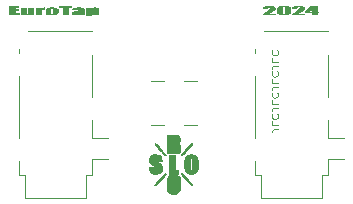
<source format=gbr>
%TF.GenerationSoftware,KiCad,Pcbnew,8.0.0*%
%TF.CreationDate,2024-03-03T15:21:22+01:00*%
%TF.ProjectId,EuroTap,4575726f-5461-4702-9e6b-696361645f70,0v02*%
%TF.SameCoordinates,Original*%
%TF.FileFunction,Legend,Top*%
%TF.FilePolarity,Positive*%
%FSLAX46Y46*%
G04 Gerber Fmt 4.6, Leading zero omitted, Abs format (unit mm)*
G04 Created by KiCad (PCBNEW 8.0.0) date 2024-03-03 15:21:22*
%MOMM*%
%LPD*%
G01*
G04 APERTURE LIST*
%ADD10C,0.125000*%
%ADD11C,0.175000*%
%ADD12C,0.010000*%
%ADD13C,0.120000*%
G04 APERTURE END LIST*
D10*
X143817690Y-111051097D02*
X143460547Y-111051097D01*
X143460547Y-111051097D02*
X143389119Y-111084430D01*
X143389119Y-111084430D02*
X143341500Y-111151097D01*
X143341500Y-111151097D02*
X143317690Y-111251097D01*
X143317690Y-111251097D02*
X143317690Y-111317764D01*
X143317690Y-110384431D02*
X143317690Y-110717764D01*
X143317690Y-110717764D02*
X143817690Y-110717764D01*
X143365309Y-109751097D02*
X143341500Y-109784430D01*
X143341500Y-109784430D02*
X143317690Y-109884430D01*
X143317690Y-109884430D02*
X143317690Y-109951097D01*
X143317690Y-109951097D02*
X143341500Y-110051097D01*
X143341500Y-110051097D02*
X143389119Y-110117764D01*
X143389119Y-110117764D02*
X143436738Y-110151097D01*
X143436738Y-110151097D02*
X143531976Y-110184430D01*
X143531976Y-110184430D02*
X143603404Y-110184430D01*
X143603404Y-110184430D02*
X143698642Y-110151097D01*
X143698642Y-110151097D02*
X143746261Y-110117764D01*
X143746261Y-110117764D02*
X143793880Y-110051097D01*
X143793880Y-110051097D02*
X143817690Y-109951097D01*
X143817690Y-109951097D02*
X143817690Y-109884430D01*
X143817690Y-109884430D02*
X143793880Y-109784430D01*
X143793880Y-109784430D02*
X143770071Y-109751097D01*
X143817690Y-109251097D02*
X143460547Y-109251097D01*
X143460547Y-109251097D02*
X143389119Y-109284430D01*
X143389119Y-109284430D02*
X143341500Y-109351097D01*
X143341500Y-109351097D02*
X143317690Y-109451097D01*
X143317690Y-109451097D02*
X143317690Y-109517764D01*
X143317690Y-108584431D02*
X143317690Y-108917764D01*
X143317690Y-108917764D02*
X143817690Y-108917764D01*
X143365309Y-107951097D02*
X143341500Y-107984430D01*
X143341500Y-107984430D02*
X143317690Y-108084430D01*
X143317690Y-108084430D02*
X143317690Y-108151097D01*
X143317690Y-108151097D02*
X143341500Y-108251097D01*
X143341500Y-108251097D02*
X143389119Y-108317764D01*
X143389119Y-108317764D02*
X143436738Y-108351097D01*
X143436738Y-108351097D02*
X143531976Y-108384430D01*
X143531976Y-108384430D02*
X143603404Y-108384430D01*
X143603404Y-108384430D02*
X143698642Y-108351097D01*
X143698642Y-108351097D02*
X143746261Y-108317764D01*
X143746261Y-108317764D02*
X143793880Y-108251097D01*
X143793880Y-108251097D02*
X143817690Y-108151097D01*
X143817690Y-108151097D02*
X143817690Y-108084430D01*
X143817690Y-108084430D02*
X143793880Y-107984430D01*
X143793880Y-107984430D02*
X143770071Y-107951097D01*
X143817690Y-107451097D02*
X143460547Y-107451097D01*
X143460547Y-107451097D02*
X143389119Y-107484430D01*
X143389119Y-107484430D02*
X143341500Y-107551097D01*
X143341500Y-107551097D02*
X143317690Y-107651097D01*
X143317690Y-107651097D02*
X143317690Y-107717764D01*
X143317690Y-106784431D02*
X143317690Y-107117764D01*
X143317690Y-107117764D02*
X143817690Y-107117764D01*
X143365309Y-106151097D02*
X143341500Y-106184430D01*
X143341500Y-106184430D02*
X143317690Y-106284430D01*
X143317690Y-106284430D02*
X143317690Y-106351097D01*
X143317690Y-106351097D02*
X143341500Y-106451097D01*
X143341500Y-106451097D02*
X143389119Y-106517764D01*
X143389119Y-106517764D02*
X143436738Y-106551097D01*
X143436738Y-106551097D02*
X143531976Y-106584430D01*
X143531976Y-106584430D02*
X143603404Y-106584430D01*
X143603404Y-106584430D02*
X143698642Y-106551097D01*
X143698642Y-106551097D02*
X143746261Y-106517764D01*
X143746261Y-106517764D02*
X143793880Y-106451097D01*
X143793880Y-106451097D02*
X143817690Y-106351097D01*
X143817690Y-106351097D02*
X143817690Y-106284430D01*
X143817690Y-106284430D02*
X143793880Y-106184430D01*
X143793880Y-106184430D02*
X143770071Y-106151097D01*
X143817690Y-105651097D02*
X143460547Y-105651097D01*
X143460547Y-105651097D02*
X143389119Y-105684430D01*
X143389119Y-105684430D02*
X143341500Y-105751097D01*
X143341500Y-105751097D02*
X143317690Y-105851097D01*
X143317690Y-105851097D02*
X143317690Y-105917764D01*
X143317690Y-104984431D02*
X143317690Y-105317764D01*
X143317690Y-105317764D02*
X143817690Y-105317764D01*
X143365309Y-104351097D02*
X143341500Y-104384430D01*
X143341500Y-104384430D02*
X143317690Y-104484430D01*
X143317690Y-104484430D02*
X143317690Y-104551097D01*
X143317690Y-104551097D02*
X143341500Y-104651097D01*
X143341500Y-104651097D02*
X143389119Y-104717764D01*
X143389119Y-104717764D02*
X143436738Y-104751097D01*
X143436738Y-104751097D02*
X143531976Y-104784430D01*
X143531976Y-104784430D02*
X143603404Y-104784430D01*
X143603404Y-104784430D02*
X143698642Y-104751097D01*
X143698642Y-104751097D02*
X143746261Y-104717764D01*
X143746261Y-104717764D02*
X143793880Y-104651097D01*
X143793880Y-104651097D02*
X143817690Y-104551097D01*
X143817690Y-104551097D02*
X143817690Y-104484430D01*
X143817690Y-104484430D02*
X143793880Y-104384430D01*
X143793880Y-104384430D02*
X143770071Y-104351097D01*
D11*
G36*
X143627718Y-101260637D02*
G01*
X143627718Y-101381000D01*
X142563112Y-101381000D01*
X142563112Y-101286453D01*
X142619509Y-101246527D01*
X142672962Y-101208558D01*
X142723468Y-101172545D01*
X142771030Y-101138489D01*
X142815646Y-101106390D01*
X142857316Y-101076248D01*
X142914299Y-101034704D01*
X142964655Y-100997563D01*
X143008384Y-100964824D01*
X143056380Y-100928021D01*
X143099807Y-100893025D01*
X143112023Y-100882451D01*
X143145675Y-100850452D01*
X143174013Y-100817949D01*
X143194255Y-100783421D01*
X143198387Y-100763285D01*
X143188374Y-100729134D01*
X143175136Y-100717123D01*
X143105380Y-100702591D01*
X143035624Y-100718491D01*
X143015642Y-100751977D01*
X143012372Y-100785340D01*
X143012372Y-100866722D01*
X142563112Y-100866722D01*
X142563112Y-100833554D01*
X142564734Y-100795873D01*
X142570265Y-100760442D01*
X142579720Y-100731314D01*
X142603994Y-100698449D01*
X142643328Y-100668283D01*
X142662763Y-100656771D01*
X142722913Y-100629756D01*
X142796084Y-100608724D01*
X142834246Y-100601034D01*
X142919377Y-100589574D01*
X143007468Y-100583715D01*
X143086695Y-100582228D01*
X143172850Y-100583709D01*
X143267324Y-100589400D01*
X143352076Y-100599357D01*
X143438666Y-100616368D01*
X143512024Y-100639188D01*
X143521423Y-100642922D01*
X143579181Y-100670939D01*
X143622753Y-100702032D01*
X143652138Y-100736202D01*
X143667338Y-100773447D01*
X143669654Y-100796111D01*
X143664516Y-100831459D01*
X143649101Y-100867748D01*
X143623410Y-100904976D01*
X143592500Y-100938323D01*
X143587442Y-100943145D01*
X143546141Y-100977801D01*
X143495489Y-101015450D01*
X143444339Y-101051310D01*
X143399779Y-101081553D01*
X143349905Y-101114666D01*
X143294717Y-101150649D01*
X143234216Y-101189503D01*
X143168401Y-101231226D01*
X143121573Y-101260637D01*
X143627718Y-101260637D01*
G37*
G36*
X144425750Y-100584013D02*
G01*
X144515540Y-100590184D01*
X144598842Y-100600763D01*
X144622568Y-100604796D01*
X144701368Y-100621544D01*
X144770432Y-100642625D01*
X144810659Y-100660361D01*
X144858014Y-100690622D01*
X144889634Y-100723959D01*
X144895778Y-100734049D01*
X144909188Y-100771227D01*
X144915184Y-100807851D01*
X144917590Y-100846696D01*
X144917784Y-100862789D01*
X144917784Y-101119415D01*
X144916631Y-101155679D01*
X144912492Y-101191593D01*
X144903085Y-101228192D01*
X144893702Y-101248327D01*
X144865838Y-101280681D01*
X144820705Y-101311341D01*
X144794050Y-101324921D01*
X144732995Y-101348908D01*
X144656967Y-101368545D01*
X144611772Y-101376383D01*
X144528548Y-101385864D01*
X144446104Y-101390711D01*
X144374270Y-101391942D01*
X144282479Y-101390657D01*
X144199555Y-101386802D01*
X144117818Y-101379506D01*
X144088189Y-101375699D01*
X144008409Y-101360817D01*
X143936610Y-101338888D01*
X143904249Y-101324579D01*
X143855163Y-101295705D01*
X143817016Y-101263410D01*
X143807090Y-101251575D01*
X143789631Y-101216802D01*
X143781825Y-101182611D01*
X143781550Y-101179426D01*
X144276695Y-101179426D01*
X144277993Y-101216495D01*
X144284805Y-101251625D01*
X144289982Y-101259611D01*
X144347697Y-101271579D01*
X144404996Y-101257217D01*
X144417485Y-101222355D01*
X144419528Y-101185410D01*
X144419528Y-100792179D01*
X144418057Y-100755131D01*
X144409992Y-100720446D01*
X144407072Y-100716268D01*
X144349773Y-100702591D01*
X144291228Y-100717294D01*
X144278739Y-100753438D01*
X144276709Y-100788462D01*
X144276695Y-100792179D01*
X144276695Y-101179426D01*
X143781550Y-101179426D01*
X143778692Y-101146384D01*
X143778440Y-101131383D01*
X143778440Y-100862789D01*
X143780060Y-100824570D01*
X143784921Y-100790052D01*
X143794688Y-100754462D01*
X143811251Y-100719958D01*
X143824528Y-100701736D01*
X143862433Y-100669966D01*
X143918016Y-100642404D01*
X143983157Y-100621195D01*
X144008053Y-100614883D01*
X144089827Y-100599097D01*
X144170015Y-100589403D01*
X144257261Y-100583790D01*
X144339392Y-100582228D01*
X144425750Y-100584013D01*
G37*
G36*
X146097404Y-101260637D02*
G01*
X146097404Y-101381000D01*
X145032798Y-101381000D01*
X145032798Y-101286453D01*
X145089195Y-101246527D01*
X145142648Y-101208558D01*
X145193154Y-101172545D01*
X145240716Y-101138489D01*
X145285332Y-101106390D01*
X145327002Y-101076248D01*
X145383985Y-101034704D01*
X145434341Y-100997563D01*
X145478070Y-100964824D01*
X145526066Y-100928021D01*
X145569493Y-100893025D01*
X145581709Y-100882451D01*
X145615361Y-100850452D01*
X145643699Y-100817949D01*
X145663941Y-100783421D01*
X145668073Y-100763285D01*
X145658060Y-100729134D01*
X145644822Y-100717123D01*
X145575066Y-100702591D01*
X145505310Y-100718491D01*
X145485328Y-100751977D01*
X145482058Y-100785340D01*
X145482058Y-100866722D01*
X145032798Y-100866722D01*
X145032798Y-100833554D01*
X145034420Y-100795873D01*
X145039951Y-100760442D01*
X145049406Y-100731314D01*
X145073680Y-100698449D01*
X145113014Y-100668283D01*
X145132449Y-100656771D01*
X145192599Y-100629756D01*
X145265770Y-100608724D01*
X145303932Y-100601034D01*
X145389063Y-100589574D01*
X145477154Y-100583715D01*
X145556381Y-100582228D01*
X145642536Y-100583709D01*
X145737010Y-100589400D01*
X145821762Y-100599357D01*
X145908352Y-100616368D01*
X145981710Y-100639188D01*
X145991109Y-100642922D01*
X146048867Y-100670939D01*
X146092439Y-100702032D01*
X146121824Y-100736202D01*
X146137024Y-100773447D01*
X146139340Y-100796111D01*
X146134202Y-100831459D01*
X146118787Y-100867748D01*
X146093096Y-100904976D01*
X146062186Y-100938323D01*
X146057128Y-100943145D01*
X146015827Y-100977801D01*
X145965174Y-101015450D01*
X145914025Y-101051310D01*
X145869465Y-101081553D01*
X145819590Y-101114666D01*
X145764403Y-101150649D01*
X145703902Y-101189503D01*
X145638087Y-101231226D01*
X145591259Y-101260637D01*
X146097404Y-101260637D01*
G37*
G36*
X147211835Y-101096505D02*
G01*
X147345949Y-101096505D01*
X147345949Y-101238752D01*
X147211835Y-101238752D01*
X147211835Y-101381000D01*
X146713579Y-101381000D01*
X146713579Y-101238752D01*
X146153042Y-101238752D01*
X146153042Y-101101122D01*
X146156778Y-101096505D01*
X146535868Y-101096505D01*
X146713579Y-101096505D01*
X146726866Y-100770637D01*
X146535868Y-101096505D01*
X146156778Y-101096505D01*
X146564103Y-100593170D01*
X147211835Y-100593170D01*
X147211835Y-101096505D01*
G37*
G36*
X121097990Y-100593170D02*
G01*
X121944609Y-100593170D01*
X121944609Y-100757301D01*
X121616175Y-100757301D01*
X121616175Y-100888606D01*
X121923433Y-100888606D01*
X121923433Y-101052737D01*
X121616175Y-101052737D01*
X121616175Y-101216868D01*
X121976995Y-101216868D01*
X121976995Y-101381000D01*
X121097990Y-101381000D01*
X121097990Y-100593170D01*
G37*
G36*
X123179036Y-100735417D02*
G01*
X123179036Y-101381000D01*
X122671646Y-101381000D01*
X122677459Y-101342873D01*
X122613776Y-101366659D01*
X122579469Y-101375016D01*
X122499229Y-101387710D01*
X122414011Y-101391925D01*
X122407986Y-101391942D01*
X122324885Y-101389317D01*
X122243815Y-101379768D01*
X122224877Y-101376041D01*
X122154752Y-101354661D01*
X122116922Y-101333470D01*
X122084873Y-101301398D01*
X122073740Y-101278759D01*
X122068063Y-101243767D01*
X122065955Y-101206151D01*
X122065436Y-101168484D01*
X122065436Y-100735417D01*
X122563691Y-100735417D01*
X122563691Y-101174639D01*
X122564414Y-101211179D01*
X122568009Y-101246626D01*
X122572826Y-101259953D01*
X122621821Y-101271579D01*
X122672477Y-101259611D01*
X122679192Y-101225236D01*
X122680651Y-101188234D01*
X122680781Y-101169852D01*
X122680781Y-100735417D01*
X123179036Y-100735417D01*
G37*
G36*
X123814312Y-100735417D02*
G01*
X123781095Y-100832357D01*
X123820493Y-100797453D01*
X123868621Y-100769293D01*
X123935802Y-100744963D01*
X124014865Y-100729813D01*
X124092090Y-100724133D01*
X124092090Y-100965200D01*
X124005939Y-100966756D01*
X123919930Y-100973891D01*
X123895694Y-100978365D01*
X123836828Y-101002765D01*
X123825938Y-101015295D01*
X123816699Y-101052027D01*
X123813871Y-101088096D01*
X123813079Y-101123423D01*
X123813066Y-101128990D01*
X123813066Y-101381000D01*
X123314811Y-101381000D01*
X123314811Y-100735417D01*
X123814312Y-100735417D01*
G37*
G36*
X124778548Y-100726044D02*
G01*
X124867235Y-100731466D01*
X124947164Y-100740763D01*
X124969434Y-100744307D01*
X125049467Y-100760809D01*
X125119300Y-100782646D01*
X125149637Y-100796111D01*
X125197798Y-100824479D01*
X125232114Y-100855744D01*
X125236831Y-100862106D01*
X125253010Y-100898238D01*
X125259366Y-100935765D01*
X125260498Y-100963833D01*
X125260498Y-101119073D01*
X125259465Y-101154538D01*
X125255754Y-101189779D01*
X125247320Y-101225896D01*
X125238907Y-101245933D01*
X125210762Y-101280589D01*
X125167406Y-101311069D01*
X125146315Y-101322357D01*
X125087459Y-101346512D01*
X125017391Y-101365377D01*
X124964452Y-101375016D01*
X124884693Y-101384652D01*
X124797280Y-101390289D01*
X124711172Y-101391942D01*
X124625697Y-101390806D01*
X124539508Y-101386879D01*
X124455378Y-101379319D01*
X124441284Y-101377580D01*
X124358957Y-101363318D01*
X124288384Y-101342467D01*
X124267725Y-101333641D01*
X124220063Y-101305535D01*
X124186070Y-101272979D01*
X124178869Y-101262859D01*
X124162929Y-101226202D01*
X124158401Y-101204046D01*
X124650966Y-101204046D01*
X124653521Y-101238507D01*
X124662592Y-101260124D01*
X124706605Y-101271579D01*
X124751032Y-101261150D01*
X124761707Y-101226592D01*
X124762243Y-101210371D01*
X124762243Y-100914251D01*
X124760177Y-100879264D01*
X124751448Y-100855438D01*
X124707850Y-100844838D01*
X124662592Y-100855609D01*
X124651886Y-100890189D01*
X124650966Y-100914251D01*
X124650966Y-101204046D01*
X124158401Y-101204046D01*
X124155802Y-101191325D01*
X124152941Y-101155010D01*
X124152711Y-101140103D01*
X124152711Y-100977681D01*
X124154995Y-100940469D01*
X124163202Y-100902428D01*
X124179570Y-100865354D01*
X124200460Y-100837486D01*
X124242650Y-100804725D01*
X124302993Y-100776731D01*
X124373604Y-100755420D01*
X124449258Y-100740461D01*
X124535620Y-100730398D01*
X124621374Y-100725563D01*
X124691242Y-100724475D01*
X124778548Y-100726044D01*
G37*
G36*
X126413129Y-100593170D02*
G01*
X126413129Y-100757301D01*
X126121235Y-100757301D01*
X126121235Y-101381000D01*
X125603049Y-101381000D01*
X125603049Y-100757301D01*
X125312400Y-100757301D01*
X125312400Y-100593170D01*
X126413129Y-100593170D01*
G37*
G36*
X127040560Y-100725731D02*
G01*
X127131822Y-100730372D01*
X127222254Y-100739864D01*
X127306309Y-100755880D01*
X127322445Y-100760207D01*
X127391004Y-100784110D01*
X127443752Y-100814028D01*
X127472752Y-100847744D01*
X127484996Y-100885269D01*
X127490932Y-100919602D01*
X127494519Y-100953906D01*
X127496868Y-100993386D01*
X127497858Y-101028696D01*
X127498080Y-101057353D01*
X127498080Y-101381000D01*
X127012697Y-101381000D01*
X127012697Y-101340138D01*
X126953840Y-101365142D01*
X126921350Y-101373990D01*
X126843186Y-101387454D01*
X126757652Y-101391924D01*
X126751528Y-101391942D01*
X126665961Y-101388386D01*
X126585105Y-101377719D01*
X126515687Y-101361851D01*
X126458757Y-101336215D01*
X126425548Y-101301466D01*
X126411527Y-101266791D01*
X126407732Y-101231743D01*
X126407732Y-101196352D01*
X126876922Y-101196352D01*
X126879115Y-101230681D01*
X126890209Y-101258927D01*
X126941695Y-101271579D01*
X126988614Y-101262175D01*
X126999124Y-101225983D01*
X126999825Y-101204217D01*
X126999825Y-101080092D01*
X126935825Y-101103229D01*
X126893946Y-101130187D01*
X126879732Y-101164400D01*
X126876922Y-101196352D01*
X126407732Y-101196352D01*
X126407732Y-101178913D01*
X126412264Y-101140963D01*
X126430114Y-101104608D01*
X126465031Y-101077528D01*
X126531205Y-101055801D01*
X126610878Y-101038086D01*
X126690647Y-101023467D01*
X126743224Y-101014782D01*
X126821061Y-101001829D01*
X126901548Y-100987344D01*
X126975551Y-100970599D01*
X126985293Y-100966397D01*
X126999130Y-100932475D01*
X126999825Y-100917329D01*
X126996805Y-100882650D01*
X126984047Y-100857489D01*
X126935052Y-100844838D01*
X126886472Y-100855096D01*
X126877677Y-100890863D01*
X126876922Y-100916303D01*
X126876922Y-100987085D01*
X126407732Y-100987085D01*
X126407732Y-100939897D01*
X126410404Y-100905361D01*
X126421263Y-100867961D01*
X126442856Y-100834227D01*
X126450498Y-100826373D01*
X126494855Y-100797458D01*
X126556545Y-100773317D01*
X126621981Y-100755249D01*
X126700062Y-100740373D01*
X126789967Y-100730365D01*
X126879809Y-100725557D01*
X126953321Y-100724475D01*
X127040560Y-100725731D01*
G37*
G36*
X128455386Y-100728651D02*
G01*
X128532815Y-100741179D01*
X128565177Y-100749778D01*
X128626486Y-100773242D01*
X128666969Y-100803664D01*
X128669811Y-100807737D01*
X128683253Y-100841547D01*
X128688930Y-100877271D01*
X128690551Y-100911932D01*
X128690572Y-100916645D01*
X128690572Y-101183529D01*
X128689320Y-101219321D01*
X128684824Y-101254455D01*
X128674606Y-101289718D01*
X128664413Y-101308679D01*
X128628054Y-101340796D01*
X128567244Y-101366301D01*
X128557288Y-101369203D01*
X128479880Y-101384747D01*
X128396900Y-101391386D01*
X128362138Y-101391942D01*
X128274528Y-101387539D01*
X128193562Y-101374332D01*
X128122052Y-101354511D01*
X128076472Y-101335180D01*
X128076472Y-101468536D01*
X127578217Y-101468536D01*
X127578217Y-101190026D01*
X128076472Y-101190026D01*
X128078107Y-101226451D01*
X128088098Y-101259269D01*
X128137923Y-101271579D01*
X128183182Y-101260637D01*
X128191594Y-101224436D01*
X128192316Y-101199258D01*
X128192316Y-100923997D01*
X128191286Y-100889397D01*
X128183597Y-100855096D01*
X128136678Y-100844838D01*
X128087683Y-100857147D01*
X128077797Y-100891491D01*
X128076472Y-100923997D01*
X128076472Y-101190026D01*
X127578217Y-101190026D01*
X127578217Y-100735417D01*
X128085191Y-100735417D01*
X128078963Y-100780553D01*
X128138871Y-100756846D01*
X128196053Y-100742085D01*
X128278265Y-100728877D01*
X128362127Y-100724492D01*
X128367951Y-100724475D01*
X128455386Y-100728651D01*
G37*
D12*
%TO.C,Ref\u002A\u002A*%
X134975333Y-115022251D02*
X134972490Y-115097332D01*
X134965023Y-115154604D01*
X134954528Y-115182005D01*
X134954167Y-115182250D01*
X134947491Y-115206721D01*
X134942050Y-115266342D01*
X134937844Y-115353949D01*
X134934873Y-115462376D01*
X134933137Y-115584457D01*
X134932635Y-115713029D01*
X134933369Y-115840926D01*
X134935338Y-115960982D01*
X134938542Y-116066034D01*
X134942980Y-116148915D01*
X134948654Y-116202461D01*
X134954167Y-116219417D01*
X134964730Y-116245682D01*
X134972317Y-116302198D01*
X134975330Y-116376902D01*
X134975333Y-116379416D01*
X134974766Y-116456936D01*
X134967407Y-116502089D01*
X134944772Y-116521113D01*
X134898376Y-116520246D01*
X134819734Y-116505726D01*
X134806951Y-116503210D01*
X134692444Y-116465631D01*
X134588689Y-116403873D01*
X134508193Y-116326359D01*
X134479833Y-116282917D01*
X134465842Y-116253662D01*
X134455146Y-116222381D01*
X134447308Y-116183191D01*
X134441886Y-116130207D01*
X134438442Y-116057547D01*
X134436537Y-115959326D01*
X134435732Y-115829659D01*
X134435583Y-115690250D01*
X134435952Y-115517843D01*
X134437805Y-115382112D01*
X134442264Y-115277401D01*
X134450450Y-115198054D01*
X134463482Y-115138414D01*
X134482483Y-115092827D01*
X134508574Y-115055635D01*
X134542874Y-115021184D01*
X134573410Y-114994793D01*
X134645631Y-114949816D01*
X134741208Y-114910545D01*
X134841174Y-114883601D01*
X134915675Y-114875334D01*
X134975333Y-114875334D01*
X134975333Y-115022251D01*
G36*
X134975333Y-115022251D02*
G01*
X134972490Y-115097332D01*
X134965023Y-115154604D01*
X134954528Y-115182005D01*
X134954167Y-115182250D01*
X134947491Y-115206721D01*
X134942050Y-115266342D01*
X134937844Y-115353949D01*
X134934873Y-115462376D01*
X134933137Y-115584457D01*
X134932635Y-115713029D01*
X134933369Y-115840926D01*
X134935338Y-115960982D01*
X134938542Y-116066034D01*
X134942980Y-116148915D01*
X134948654Y-116202461D01*
X134954167Y-116219417D01*
X134964730Y-116245682D01*
X134972317Y-116302198D01*
X134975330Y-116376902D01*
X134975333Y-116379416D01*
X134974766Y-116456936D01*
X134967407Y-116502089D01*
X134944772Y-116521113D01*
X134898376Y-116520246D01*
X134819734Y-116505726D01*
X134806951Y-116503210D01*
X134692444Y-116465631D01*
X134588689Y-116403873D01*
X134508193Y-116326359D01*
X134479833Y-116282917D01*
X134465842Y-116253662D01*
X134455146Y-116222381D01*
X134447308Y-116183191D01*
X134441886Y-116130207D01*
X134438442Y-116057547D01*
X134436537Y-115959326D01*
X134435732Y-115829659D01*
X134435583Y-115690250D01*
X134435952Y-115517843D01*
X134437805Y-115382112D01*
X134442264Y-115277401D01*
X134450450Y-115198054D01*
X134463482Y-115138414D01*
X134482483Y-115092827D01*
X134508574Y-115055635D01*
X134542874Y-115021184D01*
X134573410Y-114994793D01*
X134645631Y-114949816D01*
X134741208Y-114910545D01*
X134841174Y-114883601D01*
X134915675Y-114875334D01*
X134975333Y-114875334D01*
X134975333Y-115022251D01*
G37*
X135135338Y-114878713D02*
X135176211Y-114891886D01*
X135226214Y-114908108D01*
X135230200Y-114909302D01*
X135346874Y-114962376D01*
X135441988Y-115042318D01*
X135507369Y-115141334D01*
X135525065Y-115190600D01*
X135534825Y-115254133D01*
X135541196Y-115359373D01*
X135544164Y-115505825D01*
X135543712Y-115692997D01*
X135542974Y-115752364D01*
X135536250Y-116222646D01*
X135479121Y-116308905D01*
X135408633Y-116383972D01*
X135309072Y-116448553D01*
X135193579Y-116495318D01*
X135112917Y-116513164D01*
X135028250Y-116525143D01*
X135028250Y-115700239D01*
X135027953Y-115486539D01*
X135027671Y-115311593D01*
X135028316Y-115171829D01*
X135030798Y-115063679D01*
X135036030Y-114983571D01*
X135044923Y-114927936D01*
X135058389Y-114893203D01*
X135077339Y-114875802D01*
X135102685Y-114872162D01*
X135135338Y-114878713D01*
G36*
X135135338Y-114878713D02*
G01*
X135176211Y-114891886D01*
X135226214Y-114908108D01*
X135230200Y-114909302D01*
X135346874Y-114962376D01*
X135441988Y-115042318D01*
X135507369Y-115141334D01*
X135525065Y-115190600D01*
X135534825Y-115254133D01*
X135541196Y-115359373D01*
X135544164Y-115505825D01*
X135543712Y-115692997D01*
X135542974Y-115752364D01*
X135536250Y-116222646D01*
X135479121Y-116308905D01*
X135408633Y-116383972D01*
X135309072Y-116448553D01*
X135193579Y-116495318D01*
X135112917Y-116513164D01*
X135028250Y-116525143D01*
X135028250Y-115700239D01*
X135027953Y-115486539D01*
X135027671Y-115311593D01*
X135028316Y-115171829D01*
X135030798Y-115063679D01*
X135036030Y-114983571D01*
X135044923Y-114927936D01*
X135058389Y-114893203D01*
X135077339Y-114875802D01*
X135102685Y-114872162D01*
X135135338Y-114878713D01*
G37*
X134298990Y-114779176D02*
X134311595Y-114801466D01*
X134314254Y-114817645D01*
X134308791Y-114838827D01*
X134292275Y-114868888D01*
X134261780Y-114911704D01*
X134214375Y-114971152D01*
X134147133Y-115051107D01*
X134057124Y-115155445D01*
X133959901Y-115266917D01*
X133834387Y-115410121D01*
X133733305Y-115524453D01*
X133653457Y-115613117D01*
X133591648Y-115679317D01*
X133544683Y-115726257D01*
X133509365Y-115757141D01*
X133482498Y-115775172D01*
X133460887Y-115783555D01*
X133442598Y-115785500D01*
X133397184Y-115777272D01*
X133376426Y-115763000D01*
X133371322Y-115754819D01*
X133369818Y-115746071D01*
X133375268Y-115732362D01*
X133391026Y-115709297D01*
X133420446Y-115672484D01*
X133466882Y-115617529D01*
X133533687Y-115540038D01*
X133624217Y-115435617D01*
X133642024Y-115415084D01*
X133791626Y-115243307D01*
X133916530Y-115101894D01*
X134019112Y-114988666D01*
X134101750Y-114901444D01*
X134166822Y-114838050D01*
X134216704Y-114796305D01*
X134253775Y-114774030D01*
X134280411Y-114769047D01*
X134298990Y-114779176D01*
G36*
X134298990Y-114779176D02*
G01*
X134311595Y-114801466D01*
X134314254Y-114817645D01*
X134308791Y-114838827D01*
X134292275Y-114868888D01*
X134261780Y-114911704D01*
X134214375Y-114971152D01*
X134147133Y-115051107D01*
X134057124Y-115155445D01*
X133959901Y-115266917D01*
X133834387Y-115410121D01*
X133733305Y-115524453D01*
X133653457Y-115613117D01*
X133591648Y-115679317D01*
X133544683Y-115726257D01*
X133509365Y-115757141D01*
X133482498Y-115775172D01*
X133460887Y-115783555D01*
X133442598Y-115785500D01*
X133397184Y-115777272D01*
X133376426Y-115763000D01*
X133371322Y-115754819D01*
X133369818Y-115746071D01*
X133375268Y-115732362D01*
X133391026Y-115709297D01*
X133420446Y-115672484D01*
X133466882Y-115617529D01*
X133533687Y-115540038D01*
X133624217Y-115435617D01*
X133642024Y-115415084D01*
X133791626Y-115243307D01*
X133916530Y-115101894D01*
X134019112Y-114988666D01*
X134101750Y-114901444D01*
X134166822Y-114838050D01*
X134216704Y-114796305D01*
X134253775Y-114774030D01*
X134280411Y-114769047D01*
X134298990Y-114779176D01*
G37*
X135731313Y-114804958D02*
X135802162Y-114864416D01*
X135804996Y-114867152D01*
X135868246Y-114931055D01*
X135945386Y-115013084D01*
X136032130Y-115108250D01*
X136124191Y-115211565D01*
X136217283Y-115318040D01*
X136307118Y-115422686D01*
X136389411Y-115520515D01*
X136459875Y-115606539D01*
X136514223Y-115675768D01*
X136548169Y-115723214D01*
X136557733Y-115743167D01*
X136534539Y-115771673D01*
X136508255Y-115781177D01*
X136476424Y-115772987D01*
X136428615Y-115739278D01*
X136361201Y-115677140D01*
X136296805Y-115611397D01*
X136202185Y-115510341D01*
X136103161Y-115401350D01*
X136003838Y-115289286D01*
X135908321Y-115179007D01*
X135820716Y-115075373D01*
X135745129Y-114983246D01*
X135685665Y-114907483D01*
X135646431Y-114852947D01*
X135631532Y-114824495D01*
X135631500Y-114823872D01*
X135643438Y-114784051D01*
X135677557Y-114777957D01*
X135731313Y-114804958D01*
G36*
X135731313Y-114804958D02*
G01*
X135802162Y-114864416D01*
X135804996Y-114867152D01*
X135868246Y-114931055D01*
X135945386Y-115013084D01*
X136032130Y-115108250D01*
X136124191Y-115211565D01*
X136217283Y-115318040D01*
X136307118Y-115422686D01*
X136389411Y-115520515D01*
X136459875Y-115606539D01*
X136514223Y-115675768D01*
X136548169Y-115723214D01*
X136557733Y-115743167D01*
X136534539Y-115771673D01*
X136508255Y-115781177D01*
X136476424Y-115772987D01*
X136428615Y-115739278D01*
X136361201Y-115677140D01*
X136296805Y-115611397D01*
X136202185Y-115510341D01*
X136103161Y-115401350D01*
X136003838Y-115289286D01*
X135908321Y-115179007D01*
X135820716Y-115075373D01*
X135745129Y-114983246D01*
X135685665Y-114907483D01*
X135646431Y-114852947D01*
X135631532Y-114824495D01*
X135631500Y-114823872D01*
X135643438Y-114784051D01*
X135677557Y-114777957D01*
X135731313Y-114804958D01*
G37*
X133539744Y-114012308D02*
X133927583Y-114018084D01*
X133966816Y-114098397D01*
X133991209Y-114169036D01*
X134004087Y-114262366D01*
X134007213Y-114352397D01*
X134003359Y-114478209D01*
X133987114Y-114571094D01*
X133954375Y-114639640D01*
X133901037Y-114692435D01*
X133822996Y-114738067D01*
X133822859Y-114738134D01*
X133698910Y-114781390D01*
X133553354Y-114805161D01*
X133402544Y-114808529D01*
X133262828Y-114790576D01*
X133201483Y-114773047D01*
X133088922Y-114719573D01*
X133007959Y-114648231D01*
X132955400Y-114553793D01*
X132928053Y-114431030D01*
X132922167Y-114315627D01*
X132922167Y-114198000D01*
X133385979Y-114198000D01*
X133392198Y-114351459D01*
X133396429Y-114430988D01*
X133403322Y-114477663D01*
X133416223Y-114500953D01*
X133438479Y-114510333D01*
X133448939Y-114512060D01*
X133497707Y-114506157D01*
X133525678Y-114468859D01*
X133535578Y-114396262D01*
X133535676Y-114387918D01*
X133528478Y-114324754D01*
X133502312Y-114270566D01*
X133451231Y-114218202D01*
X133369285Y-114160512D01*
X133323030Y-114132259D01*
X133252730Y-114089093D01*
X133197357Y-114052477D01*
X133166512Y-114028837D01*
X133163653Y-114025544D01*
X133179707Y-114019415D01*
X133232932Y-114014886D01*
X133318190Y-114012137D01*
X133430343Y-114011349D01*
X133539744Y-114012308D01*
G36*
X133539744Y-114012308D02*
G01*
X133927583Y-114018084D01*
X133966816Y-114098397D01*
X133991209Y-114169036D01*
X134004087Y-114262366D01*
X134007213Y-114352397D01*
X134003359Y-114478209D01*
X133987114Y-114571094D01*
X133954375Y-114639640D01*
X133901037Y-114692435D01*
X133822996Y-114738067D01*
X133822859Y-114738134D01*
X133698910Y-114781390D01*
X133553354Y-114805161D01*
X133402544Y-114808529D01*
X133262828Y-114790576D01*
X133201483Y-114773047D01*
X133088922Y-114719573D01*
X133007959Y-114648231D01*
X132955400Y-114553793D01*
X132928053Y-114431030D01*
X132922167Y-114315627D01*
X132922167Y-114198000D01*
X133385979Y-114198000D01*
X133392198Y-114351459D01*
X133396429Y-114430988D01*
X133403322Y-114477663D01*
X133416223Y-114500953D01*
X133438479Y-114510333D01*
X133448939Y-114512060D01*
X133497707Y-114506157D01*
X133525678Y-114468859D01*
X133535578Y-114396262D01*
X133535676Y-114387918D01*
X133528478Y-114324754D01*
X133502312Y-114270566D01*
X133451231Y-114218202D01*
X133369285Y-114160512D01*
X133323030Y-114132259D01*
X133252730Y-114089093D01*
X133197357Y-114052477D01*
X133166512Y-114028837D01*
X133163653Y-114025544D01*
X133179707Y-114019415D01*
X133232932Y-114014886D01*
X133318190Y-114012137D01*
X133430343Y-114011349D01*
X133539744Y-114012308D01*
G37*
X136414667Y-114261500D02*
X136414920Y-114368511D01*
X136416604Y-114440244D01*
X136421101Y-114483755D01*
X136429795Y-114506097D01*
X136444070Y-114514327D01*
X136464477Y-114515500D01*
X136489902Y-114512573D01*
X136506010Y-114497960D01*
X136516232Y-114462911D01*
X136523999Y-114398678D01*
X136527977Y-114353557D01*
X136534850Y-114259720D01*
X136539764Y-114168726D01*
X136541666Y-114100114D01*
X136541667Y-114099557D01*
X136541667Y-114007500D01*
X137028500Y-114007500D01*
X137028382Y-114213875D01*
X137024542Y-114354810D01*
X137011599Y-114462713D01*
X136987138Y-114546352D01*
X136948747Y-114614497D01*
X136903884Y-114666263D01*
X136808093Y-114735001D01*
X136684859Y-114782853D01*
X136544398Y-114808271D01*
X136396925Y-114809706D01*
X136252657Y-114785610D01*
X136207564Y-114771816D01*
X136108427Y-114729766D01*
X136033920Y-114677217D01*
X135980487Y-114607851D01*
X135944574Y-114515345D01*
X135922622Y-114393380D01*
X135911515Y-114245625D01*
X135900762Y-114007500D01*
X136414667Y-114007500D01*
X136414667Y-114261500D01*
G36*
X136414667Y-114261500D02*
G01*
X136414920Y-114368511D01*
X136416604Y-114440244D01*
X136421101Y-114483755D01*
X136429795Y-114506097D01*
X136444070Y-114514327D01*
X136464477Y-114515500D01*
X136489902Y-114512573D01*
X136506010Y-114497960D01*
X136516232Y-114462911D01*
X136523999Y-114398678D01*
X136527977Y-114353557D01*
X136534850Y-114259720D01*
X136539764Y-114168726D01*
X136541666Y-114100114D01*
X136541667Y-114099557D01*
X136541667Y-114007500D01*
X137028500Y-114007500D01*
X137028382Y-114213875D01*
X137024542Y-114354810D01*
X137011599Y-114462713D01*
X136987138Y-114546352D01*
X136948747Y-114614497D01*
X136903884Y-114666263D01*
X136808093Y-114735001D01*
X136684859Y-114782853D01*
X136544398Y-114808271D01*
X136396925Y-114809706D01*
X136252657Y-114785610D01*
X136207564Y-114771816D01*
X136108427Y-114729766D01*
X136033920Y-114677217D01*
X135980487Y-114607851D01*
X135944574Y-114515345D01*
X135922622Y-114393380D01*
X135911515Y-114245625D01*
X135900762Y-114007500D01*
X136414667Y-114007500D01*
X136414667Y-114261500D01*
G37*
X135102333Y-114452000D02*
X135398667Y-114452000D01*
X135398667Y-114790667D01*
X134615500Y-114790667D01*
X134615500Y-113203167D01*
X135102333Y-113203167D01*
X135102333Y-114452000D01*
G36*
X135102333Y-114452000D02*
G01*
X135398667Y-114452000D01*
X135398667Y-114790667D01*
X134615500Y-114790667D01*
X134615500Y-113203167D01*
X135102333Y-113203167D01*
X135102333Y-114452000D01*
G37*
X133613661Y-113187791D02*
X133739965Y-113218109D01*
X133817618Y-113251669D01*
X133880346Y-113295222D01*
X133922794Y-113348783D01*
X133950213Y-113422523D01*
X133967852Y-113526611D01*
X133970157Y-113547125D01*
X133985432Y-113690000D01*
X133514833Y-113690000D01*
X133514544Y-113621209D01*
X133506470Y-113527690D01*
X133483329Y-113472918D01*
X133450114Y-113457167D01*
X133410975Y-113467556D01*
X133390160Y-113503679D01*
X133383627Y-113572972D01*
X133383600Y-113579551D01*
X133386922Y-113620938D01*
X133400487Y-113656673D01*
X133429689Y-113691771D01*
X133479926Y-113731246D01*
X133556593Y-113780114D01*
X133665087Y-113843390D01*
X133671312Y-113846947D01*
X133748427Y-113892652D01*
X133809372Y-113931955D01*
X133846221Y-113959561D01*
X133853500Y-113968656D01*
X133833435Y-113974245D01*
X133777646Y-113979107D01*
X133692739Y-113982943D01*
X133585320Y-113985451D01*
X133464109Y-113986334D01*
X133074719Y-113986334D01*
X133009332Y-113911862D01*
X132967873Y-113859502D01*
X132941285Y-113808507D01*
X132927018Y-113748030D01*
X132922520Y-113667226D01*
X132925239Y-113555251D01*
X132925269Y-113554529D01*
X132935529Y-113440911D01*
X132958710Y-113358930D01*
X133000091Y-113298583D01*
X133064950Y-113249870D01*
X133094760Y-113233413D01*
X133199987Y-113196303D01*
X133330396Y-113176554D01*
X133472713Y-113173828D01*
X133613661Y-113187791D01*
G36*
X133613661Y-113187791D02*
G01*
X133739965Y-113218109D01*
X133817618Y-113251669D01*
X133880346Y-113295222D01*
X133922794Y-113348783D01*
X133950213Y-113422523D01*
X133967852Y-113526611D01*
X133970157Y-113547125D01*
X133985432Y-113690000D01*
X133514833Y-113690000D01*
X133514544Y-113621209D01*
X133506470Y-113527690D01*
X133483329Y-113472918D01*
X133450114Y-113457167D01*
X133410975Y-113467556D01*
X133390160Y-113503679D01*
X133383627Y-113572972D01*
X133383600Y-113579551D01*
X133386922Y-113620938D01*
X133400487Y-113656673D01*
X133429689Y-113691771D01*
X133479926Y-113731246D01*
X133556593Y-113780114D01*
X133665087Y-113843390D01*
X133671312Y-113846947D01*
X133748427Y-113892652D01*
X133809372Y-113931955D01*
X133846221Y-113959561D01*
X133853500Y-113968656D01*
X133833435Y-113974245D01*
X133777646Y-113979107D01*
X133692739Y-113982943D01*
X133585320Y-113985451D01*
X133464109Y-113986334D01*
X133074719Y-113986334D01*
X133009332Y-113911862D01*
X132967873Y-113859502D01*
X132941285Y-113808507D01*
X132927018Y-113748030D01*
X132922520Y-113667226D01*
X132925239Y-113555251D01*
X132925269Y-113554529D01*
X132935529Y-113440911D01*
X132958710Y-113358930D01*
X133000091Y-113298583D01*
X133064950Y-113249870D01*
X133094760Y-113233413D01*
X133199987Y-113196303D01*
X133330396Y-113176554D01*
X133472713Y-113173828D01*
X133613661Y-113187791D01*
G37*
X136632736Y-113184979D02*
X136768487Y-113220842D01*
X136875323Y-113282666D01*
X136956435Y-113371748D01*
X136958166Y-113374343D01*
X136983464Y-113415188D01*
X137000758Y-113453774D01*
X137011898Y-113499758D01*
X137018731Y-113562798D01*
X137023106Y-113652551D01*
X137025385Y-113725470D01*
X137032853Y-113986334D01*
X136548142Y-113986334D01*
X136534902Y-113739264D01*
X136527016Y-113619716D01*
X136517246Y-113537282D01*
X136503940Y-113486741D01*
X136485445Y-113462874D01*
X136460108Y-113460461D01*
X136447839Y-113464275D01*
X136433467Y-113476342D01*
X136423821Y-113504081D01*
X136418045Y-113554391D01*
X136415284Y-113634174D01*
X136414667Y-113731669D01*
X136414667Y-113986334D01*
X135900855Y-113986334D01*
X135911240Y-113734199D01*
X135916764Y-113622471D01*
X135923847Y-113542756D01*
X135934458Y-113484733D01*
X135950567Y-113438085D01*
X135974144Y-113392493D01*
X135977617Y-113386520D01*
X136051279Y-113294452D01*
X136150232Y-113229353D01*
X136277868Y-113189743D01*
X136437579Y-113174140D01*
X136464875Y-113173777D01*
X136632736Y-113184979D01*
G36*
X136632736Y-113184979D02*
G01*
X136768487Y-113220842D01*
X136875323Y-113282666D01*
X136956435Y-113371748D01*
X136958166Y-113374343D01*
X136983464Y-113415188D01*
X137000758Y-113453774D01*
X137011898Y-113499758D01*
X137018731Y-113562798D01*
X137023106Y-113652551D01*
X137025385Y-113725470D01*
X137032853Y-113986334D01*
X136548142Y-113986334D01*
X136534902Y-113739264D01*
X136527016Y-113619716D01*
X136517246Y-113537282D01*
X136503940Y-113486741D01*
X136485445Y-113462874D01*
X136460108Y-113460461D01*
X136447839Y-113464275D01*
X136433467Y-113476342D01*
X136423821Y-113504081D01*
X136418045Y-113554391D01*
X136415284Y-113634174D01*
X136414667Y-113731669D01*
X136414667Y-113986334D01*
X135900855Y-113986334D01*
X135911240Y-113734199D01*
X135916764Y-113622471D01*
X135923847Y-113542756D01*
X135934458Y-113484733D01*
X135950567Y-113438085D01*
X135974144Y-113392493D01*
X135977617Y-113386520D01*
X136051279Y-113294452D01*
X136150232Y-113229353D01*
X136277868Y-113189743D01*
X136437579Y-113174140D01*
X136464875Y-113173777D01*
X136632736Y-113184979D01*
G37*
X133488418Y-112251636D02*
X133553204Y-112302201D01*
X133581584Y-112330042D01*
X133662967Y-112416469D01*
X133753438Y-112515905D01*
X133848915Y-112623505D01*
X133945317Y-112734424D01*
X134038563Y-112843816D01*
X134124572Y-112946837D01*
X134199262Y-113038642D01*
X134258553Y-113114386D01*
X134298362Y-113169223D01*
X134314609Y-113198310D01*
X134314728Y-113200379D01*
X134293743Y-113237805D01*
X134252644Y-113238878D01*
X134192376Y-113203972D01*
X134113885Y-113133456D01*
X134095144Y-113114126D01*
X133996640Y-113008647D01*
X133893928Y-112895343D01*
X133790961Y-112778916D01*
X133691690Y-112664066D01*
X133600068Y-112555497D01*
X133520048Y-112457909D01*
X133455582Y-112376005D01*
X133410621Y-112314486D01*
X133389119Y-112278053D01*
X133387833Y-112272693D01*
X133400690Y-112235389D01*
X133435899Y-112228868D01*
X133488418Y-112251636D01*
G36*
X133488418Y-112251636D02*
G01*
X133553204Y-112302201D01*
X133581584Y-112330042D01*
X133662967Y-112416469D01*
X133753438Y-112515905D01*
X133848915Y-112623505D01*
X133945317Y-112734424D01*
X134038563Y-112843816D01*
X134124572Y-112946837D01*
X134199262Y-113038642D01*
X134258553Y-113114386D01*
X134298362Y-113169223D01*
X134314609Y-113198310D01*
X134314728Y-113200379D01*
X134293743Y-113237805D01*
X134252644Y-113238878D01*
X134192376Y-113203972D01*
X134113885Y-113133456D01*
X134095144Y-113114126D01*
X133996640Y-113008647D01*
X133893928Y-112895343D01*
X133790961Y-112778916D01*
X133691690Y-112664066D01*
X133600068Y-112555497D01*
X133520048Y-112457909D01*
X133455582Y-112376005D01*
X133410621Y-112314486D01*
X133389119Y-112278053D01*
X133387833Y-112272693D01*
X133400690Y-112235389D01*
X133435899Y-112228868D01*
X133488418Y-112251636D01*
G37*
X136545563Y-112234548D02*
X136562754Y-112261614D01*
X136562833Y-112264362D01*
X136559322Y-112282232D01*
X136547044Y-112307269D01*
X136523382Y-112342689D01*
X136485716Y-112391710D01*
X136431429Y-112457547D01*
X136357904Y-112543419D01*
X136262523Y-112652542D01*
X136142666Y-112788132D01*
X136070134Y-112869792D01*
X135953020Y-113000106D01*
X135859797Y-113100121D01*
X135787461Y-113172230D01*
X135733007Y-113218828D01*
X135693432Y-113242305D01*
X135665732Y-113245057D01*
X135646901Y-113229475D01*
X135638967Y-113213263D01*
X135644450Y-113178018D01*
X135674173Y-113122987D01*
X135701409Y-113085000D01*
X135742885Y-113033969D01*
X135805383Y-112959840D01*
X135883421Y-112868859D01*
X135971517Y-112767271D01*
X136064189Y-112661322D01*
X136155955Y-112557259D01*
X136241334Y-112461325D01*
X136314843Y-112379769D01*
X136371001Y-112318834D01*
X136401030Y-112287889D01*
X136453994Y-112249243D01*
X136505741Y-112230944D01*
X136545563Y-112234548D01*
G36*
X136545563Y-112234548D02*
G01*
X136562754Y-112261614D01*
X136562833Y-112264362D01*
X136559322Y-112282232D01*
X136547044Y-112307269D01*
X136523382Y-112342689D01*
X136485716Y-112391710D01*
X136431429Y-112457547D01*
X136357904Y-112543419D01*
X136262523Y-112652542D01*
X136142666Y-112788132D01*
X136070134Y-112869792D01*
X135953020Y-113000106D01*
X135859797Y-113100121D01*
X135787461Y-113172230D01*
X135733007Y-113218828D01*
X135693432Y-113242305D01*
X135665732Y-113245057D01*
X135646901Y-113229475D01*
X135638967Y-113213263D01*
X135644450Y-113178018D01*
X135674173Y-113122987D01*
X135701409Y-113085000D01*
X135742885Y-113033969D01*
X135805383Y-112959840D01*
X135883421Y-112868859D01*
X135971517Y-112767271D01*
X136064189Y-112661322D01*
X136155955Y-112557259D01*
X136241334Y-112461325D01*
X136314843Y-112379769D01*
X136371001Y-112318834D01*
X136401030Y-112287889D01*
X136453994Y-112249243D01*
X136505741Y-112230944D01*
X136545563Y-112234548D01*
G37*
X134975333Y-111647417D02*
X134972342Y-111719312D01*
X134964420Y-111768536D01*
X134954167Y-111785000D01*
X134943684Y-111804804D01*
X134936318Y-111858872D01*
X134933070Y-111939185D01*
X134933000Y-111954334D01*
X134935475Y-112038192D01*
X134942234Y-112097120D01*
X134952273Y-112123102D01*
X134954167Y-112123667D01*
X134965441Y-112142947D01*
X134973085Y-112193312D01*
X134975333Y-112250667D01*
X134972120Y-112318314D01*
X134963726Y-112364177D01*
X134954167Y-112377667D01*
X134944334Y-112397791D01*
X134937224Y-112454096D01*
X134933449Y-112540484D01*
X134933000Y-112589334D01*
X134935012Y-112687663D01*
X134940643Y-112758754D01*
X134949282Y-112796507D01*
X134954167Y-112801000D01*
X134965227Y-112820440D01*
X134972800Y-112871935D01*
X134975333Y-112938584D01*
X134975333Y-113076167D01*
X134418268Y-113076167D01*
X134432217Y-112628254D01*
X134436714Y-112465870D01*
X134440608Y-112290917D01*
X134443648Y-112117530D01*
X134445581Y-111959847D01*
X134446167Y-111845087D01*
X134446167Y-111509834D01*
X134975333Y-111509834D01*
X134975333Y-111647417D01*
G36*
X134975333Y-111647417D02*
G01*
X134972342Y-111719312D01*
X134964420Y-111768536D01*
X134954167Y-111785000D01*
X134943684Y-111804804D01*
X134936318Y-111858872D01*
X134933070Y-111939185D01*
X134933000Y-111954334D01*
X134935475Y-112038192D01*
X134942234Y-112097120D01*
X134952273Y-112123102D01*
X134954167Y-112123667D01*
X134965441Y-112142947D01*
X134973085Y-112193312D01*
X134975333Y-112250667D01*
X134972120Y-112318314D01*
X134963726Y-112364177D01*
X134954167Y-112377667D01*
X134944334Y-112397791D01*
X134937224Y-112454096D01*
X134933449Y-112540484D01*
X134933000Y-112589334D01*
X134935012Y-112687663D01*
X134940643Y-112758754D01*
X134949282Y-112796507D01*
X134954167Y-112801000D01*
X134965227Y-112820440D01*
X134972800Y-112871935D01*
X134975333Y-112938584D01*
X134975333Y-113076167D01*
X134418268Y-113076167D01*
X134432217Y-112628254D01*
X134436714Y-112465870D01*
X134440608Y-112290917D01*
X134443648Y-112117530D01*
X134445581Y-111959847D01*
X134446167Y-111845087D01*
X134446167Y-111509834D01*
X134975333Y-111509834D01*
X134975333Y-111647417D01*
G37*
X135095369Y-111509952D02*
X135223226Y-111525546D01*
X135336481Y-111568834D01*
X135427521Y-111635149D01*
X135488734Y-111719825D01*
X135503868Y-111760283D01*
X135520785Y-111855357D01*
X135524355Y-111958699D01*
X135515041Y-112053974D01*
X135493532Y-112124411D01*
X135455380Y-112172195D01*
X135408865Y-112199738D01*
X135365325Y-112217427D01*
X135363441Y-112238766D01*
X135403350Y-112264593D01*
X135420831Y-112272247D01*
X135471103Y-112300849D01*
X135506570Y-112342769D01*
X135529486Y-112404777D01*
X135542105Y-112493647D01*
X135546681Y-112616149D01*
X135546833Y-112650786D01*
X135543335Y-112792302D01*
X135529769Y-112897458D01*
X135501526Y-112971875D01*
X135453997Y-113021174D01*
X135382575Y-113050974D01*
X135282650Y-113066897D01*
X135201109Y-113072425D01*
X135014135Y-113081514D01*
X135026191Y-112925382D01*
X135034653Y-112817097D01*
X135044207Y-112696744D01*
X135050986Y-112612589D01*
X135054947Y-112501571D01*
X135045951Y-112427833D01*
X135038754Y-112409269D01*
X135024406Y-112349619D01*
X135024383Y-112252472D01*
X135027164Y-112216681D01*
X135038249Y-112042496D01*
X135038278Y-111868629D01*
X135027254Y-111674520D01*
X135027203Y-111673875D01*
X135014322Y-111509834D01*
X135095369Y-111509952D01*
G36*
X135095369Y-111509952D02*
G01*
X135223226Y-111525546D01*
X135336481Y-111568834D01*
X135427521Y-111635149D01*
X135488734Y-111719825D01*
X135503868Y-111760283D01*
X135520785Y-111855357D01*
X135524355Y-111958699D01*
X135515041Y-112053974D01*
X135493532Y-112124411D01*
X135455380Y-112172195D01*
X135408865Y-112199738D01*
X135365325Y-112217427D01*
X135363441Y-112238766D01*
X135403350Y-112264593D01*
X135420831Y-112272247D01*
X135471103Y-112300849D01*
X135506570Y-112342769D01*
X135529486Y-112404777D01*
X135542105Y-112493647D01*
X135546681Y-112616149D01*
X135546833Y-112650786D01*
X135543335Y-112792302D01*
X135529769Y-112897458D01*
X135501526Y-112971875D01*
X135453997Y-113021174D01*
X135382575Y-113050974D01*
X135282650Y-113066897D01*
X135201109Y-113072425D01*
X135014135Y-113081514D01*
X135026191Y-112925382D01*
X135034653Y-112817097D01*
X135044207Y-112696744D01*
X135050986Y-112612589D01*
X135054947Y-112501571D01*
X135045951Y-112427833D01*
X135038754Y-112409269D01*
X135024406Y-112349619D01*
X135024383Y-112252472D01*
X135027164Y-112216681D01*
X135038249Y-112042496D01*
X135038278Y-111868629D01*
X135027254Y-111674520D01*
X135027203Y-111673875D01*
X135014322Y-111509834D01*
X135095369Y-111509952D01*
G37*
D13*
%TO.C,J2*%
X128100000Y-114900000D02*
X127600000Y-114900000D01*
X128100000Y-113600000D02*
X129450000Y-113600000D01*
X128100000Y-113600000D02*
X128100000Y-114900000D01*
X128100000Y-111750000D02*
X129450000Y-111750000D01*
X128100000Y-110250000D02*
X128100000Y-111750000D01*
X128100000Y-104750000D02*
X128100000Y-108350000D01*
X127600000Y-116900000D02*
X122400000Y-116900000D01*
X127600000Y-114900000D02*
X127600000Y-116900000D01*
X122650000Y-102700000D02*
X128100000Y-102700000D01*
X122400000Y-116900000D02*
X122400000Y-114900000D01*
X122400000Y-114900000D02*
X121900000Y-114900000D01*
X121900000Y-114900000D02*
X121900000Y-113700000D01*
X121900000Y-111750000D02*
X121900000Y-106500000D01*
X121900000Y-104550000D02*
X121900000Y-104250000D01*
%TO.C,J1*%
X141900000Y-104550000D02*
X141900000Y-104250000D01*
X141900000Y-111750000D02*
X141900000Y-106500000D01*
X141900000Y-114900000D02*
X141900000Y-113700000D01*
X142400000Y-114900000D02*
X141900000Y-114900000D01*
X142400000Y-116900000D02*
X142400000Y-114900000D01*
X142650000Y-102700000D02*
X148100000Y-102700000D01*
X147600000Y-114900000D02*
X147600000Y-116900000D01*
X147600000Y-116900000D02*
X142400000Y-116900000D01*
X148100000Y-104750000D02*
X148100000Y-108350000D01*
X148100000Y-110250000D02*
X148100000Y-111750000D01*
X148100000Y-111750000D02*
X149450000Y-111750000D01*
X148100000Y-113600000D02*
X148100000Y-114900000D01*
X148100000Y-113600000D02*
X149450000Y-113600000D01*
X148100000Y-114900000D02*
X147600000Y-114900000D01*
%TO.C,J3*%
X134175000Y-107000000D02*
X133065000Y-107000000D01*
X134175000Y-110710000D02*
X133065000Y-110710000D01*
X136965000Y-107000000D02*
X135855000Y-107000000D01*
X136965000Y-110710000D02*
X135855000Y-110710000D01*
%TD*%
M02*

</source>
